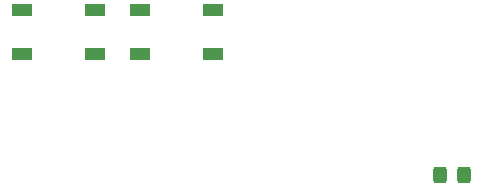
<source format=gbr>
G04 #@! TF.GenerationSoftware,KiCad,Pcbnew,7.0.7*
G04 #@! TF.CreationDate,2023-09-19T16:43:04+02:00*
G04 #@! TF.ProjectId,discipad-pcb,64697363-6970-4616-942d-7063622e6b69,rev?*
G04 #@! TF.SameCoordinates,Original*
G04 #@! TF.FileFunction,Paste,Top*
G04 #@! TF.FilePolarity,Positive*
%FSLAX46Y46*%
G04 Gerber Fmt 4.6, Leading zero omitted, Abs format (unit mm)*
G04 Created by KiCad (PCBNEW 7.0.7) date 2023-09-19 16:43:04*
%MOMM*%
%LPD*%
G01*
G04 APERTURE LIST*
G04 Aperture macros list*
%AMRoundRect*
0 Rectangle with rounded corners*
0 $1 Rounding radius*
0 $2 $3 $4 $5 $6 $7 $8 $9 X,Y pos of 4 corners*
0 Add a 4 corners polygon primitive as box body*
4,1,4,$2,$3,$4,$5,$6,$7,$8,$9,$2,$3,0*
0 Add four circle primitives for the rounded corners*
1,1,$1+$1,$2,$3*
1,1,$1+$1,$4,$5*
1,1,$1+$1,$6,$7*
1,1,$1+$1,$8,$9*
0 Add four rect primitives between the rounded corners*
20,1,$1+$1,$2,$3,$4,$5,0*
20,1,$1+$1,$4,$5,$6,$7,0*
20,1,$1+$1,$6,$7,$8,$9,0*
20,1,$1+$1,$8,$9,$2,$3,0*%
G04 Aperture macros list end*
%ADD10R,1.800000X1.100000*%
%ADD11RoundRect,0.250000X0.325000X0.450000X-0.325000X0.450000X-0.325000X-0.450000X0.325000X-0.450000X0*%
G04 APERTURE END LIST*
D10*
X135202493Y-16902493D03*
X141402493Y-16902493D03*
X141402493Y-20602493D03*
X135202493Y-20602493D03*
X151402493Y-16902493D03*
X145202493Y-16902493D03*
X151402493Y-20602493D03*
X145202493Y-20602493D03*
D11*
X172627493Y-30852493D03*
X170577493Y-30852493D03*
M02*

</source>
